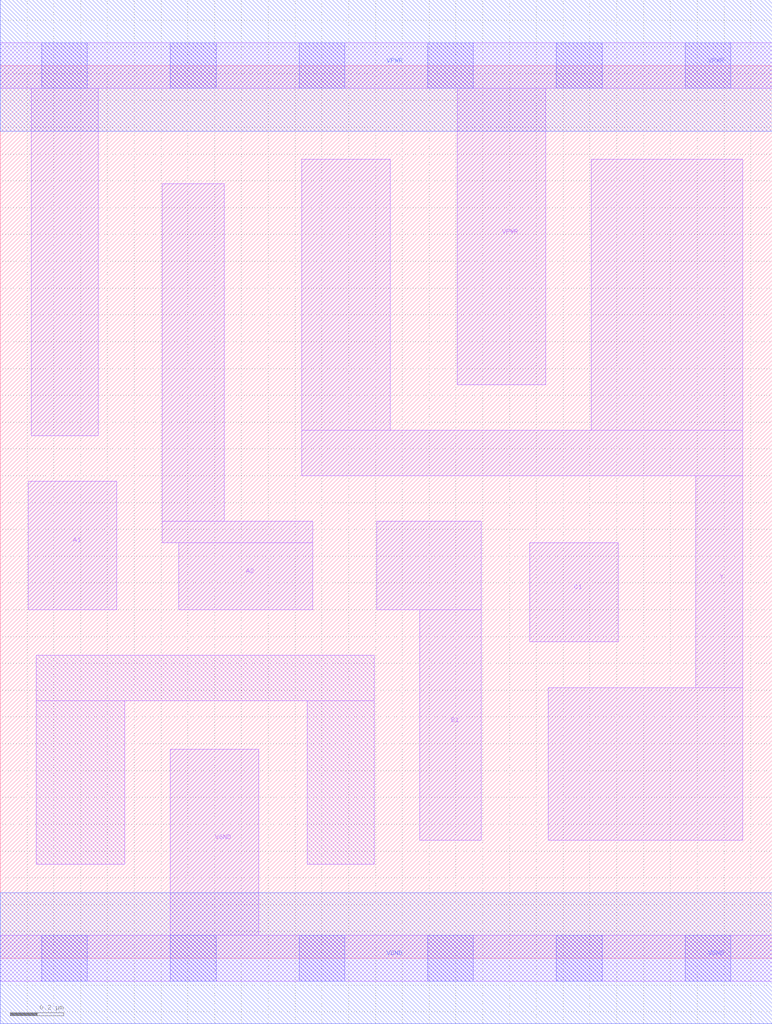
<source format=lef>
# Copyright 2020 The SkyWater PDK Authors
#
# Licensed under the Apache License, Version 2.0 (the "License");
# you may not use this file except in compliance with the License.
# You may obtain a copy of the License at
#
#     https://www.apache.org/licenses/LICENSE-2.0
#
# Unless required by applicable law or agreed to in writing, software
# distributed under the License is distributed on an "AS IS" BASIS,
# WITHOUT WARRANTIES OR CONDITIONS OF ANY KIND, either express or implied.
# See the License for the specific language governing permissions and
# limitations under the License.
#
# SPDX-License-Identifier: Apache-2.0

VERSION 5.7 ;
  NAMESCASESENSITIVE ON ;
  NOWIREEXTENSIONATPIN ON ;
  DIVIDERCHAR "/" ;
  BUSBITCHARS "[]" ;
UNITS
  DATABASE MICRONS 200 ;
END UNITS
MACRO sky130_fd_sc_hs__o211ai_1
  CLASS CORE ;
  SOURCE USER ;
  FOREIGN sky130_fd_sc_hs__o211ai_1 ;
  ORIGIN  0.000000  0.000000 ;
  SIZE  2.880000 BY  3.330000 ;
  SYMMETRY X Y ;
  SITE unit ;
  PIN A1
    ANTENNAGATEAREA  0.279000 ;
    DIRECTION INPUT ;
    USE SIGNAL ;
    PORT
      LAYER li1 ;
        RECT 0.105000 1.300000 0.435000 1.780000 ;
    END
  END A1
  PIN A2
    ANTENNAGATEAREA  0.279000 ;
    DIRECTION INPUT ;
    USE SIGNAL ;
    PORT
      LAYER li1 ;
        RECT 0.605000 1.550000 1.165000 1.630000 ;
        RECT 0.605000 1.630000 0.835000 2.890000 ;
        RECT 0.665000 1.300000 1.165000 1.550000 ;
    END
  END A2
  PIN B1
    ANTENNAGATEAREA  0.279000 ;
    DIRECTION INPUT ;
    USE SIGNAL ;
    PORT
      LAYER li1 ;
        RECT 1.405000 1.300000 1.795000 1.630000 ;
        RECT 1.565000 0.440000 1.795000 1.300000 ;
    END
  END B1
  PIN C1
    ANTENNAGATEAREA  0.279000 ;
    DIRECTION INPUT ;
    USE SIGNAL ;
    PORT
      LAYER li1 ;
        RECT 1.975000 1.180000 2.305000 1.550000 ;
    END
  END C1
  PIN Y
    ANTENNADIFFAREA  1.427600 ;
    DIRECTION OUTPUT ;
    USE SIGNAL ;
    PORT
      LAYER li1 ;
        RECT 1.125000 1.800000 2.770000 1.970000 ;
        RECT 1.125000 1.970000 1.455000 2.980000 ;
        RECT 2.045000 0.440000 2.770000 1.010000 ;
        RECT 2.205000 1.970000 2.770000 2.980000 ;
        RECT 2.595000 1.010000 2.770000 1.800000 ;
    END
  END Y
  PIN VGND
    DIRECTION INOUT ;
    USE GROUND ;
    PORT
      LAYER li1 ;
        RECT 0.000000 -0.085000 2.880000 0.085000 ;
        RECT 0.635000  0.085000 0.965000 0.780000 ;
      LAYER mcon ;
        RECT 0.155000 -0.085000 0.325000 0.085000 ;
        RECT 0.635000 -0.085000 0.805000 0.085000 ;
        RECT 1.115000 -0.085000 1.285000 0.085000 ;
        RECT 1.595000 -0.085000 1.765000 0.085000 ;
        RECT 2.075000 -0.085000 2.245000 0.085000 ;
        RECT 2.555000 -0.085000 2.725000 0.085000 ;
      LAYER met1 ;
        RECT 0.000000 -0.245000 2.880000 0.245000 ;
    END
  END VGND
  PIN VPWR
    DIRECTION INOUT ;
    USE POWER ;
    PORT
      LAYER li1 ;
        RECT 0.000000 3.245000 2.880000 3.415000 ;
        RECT 0.115000 1.950000 0.365000 3.245000 ;
        RECT 1.705000 2.140000 2.035000 3.245000 ;
      LAYER mcon ;
        RECT 0.155000 3.245000 0.325000 3.415000 ;
        RECT 0.635000 3.245000 0.805000 3.415000 ;
        RECT 1.115000 3.245000 1.285000 3.415000 ;
        RECT 1.595000 3.245000 1.765000 3.415000 ;
        RECT 2.075000 3.245000 2.245000 3.415000 ;
        RECT 2.555000 3.245000 2.725000 3.415000 ;
      LAYER met1 ;
        RECT 0.000000 3.085000 2.880000 3.575000 ;
    END
  END VPWR
  OBS
    LAYER li1 ;
      RECT 0.135000 0.350000 0.465000 0.960000 ;
      RECT 0.135000 0.960000 1.395000 1.130000 ;
      RECT 1.145000 0.350000 1.395000 0.960000 ;
  END
END sky130_fd_sc_hs__o211ai_1

</source>
